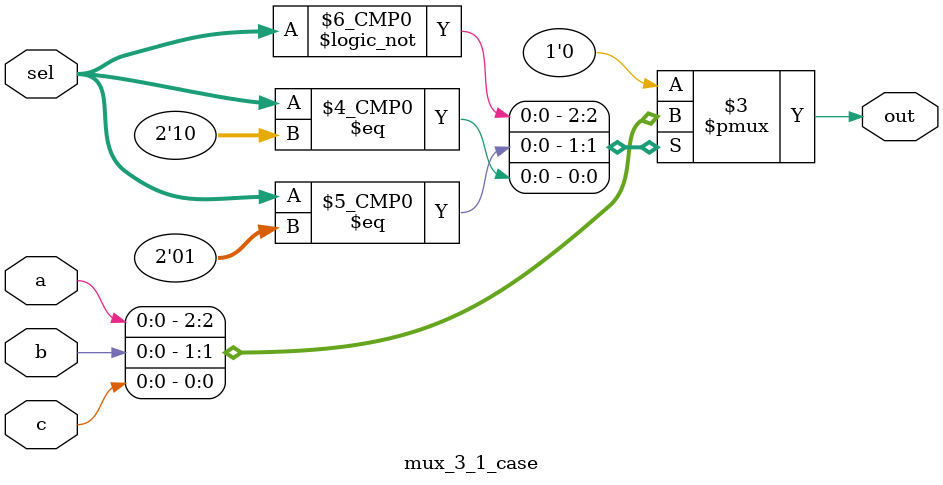
<source format=v>
module mux_3_1_case(a,b,c,sel,out);
	
	input [1:0] sel;
	input a,b,c;
	output out;
	reg out;
	
	always @(a or b or c or sel)
		begin
			case (sel)
				2'b00: out = a;
				2'b01: out = b;
				2'b10: out = c;
				default: out = 1'b0;  //to remove latch from RTL
			endcase
		end
	
endmodule

</source>
